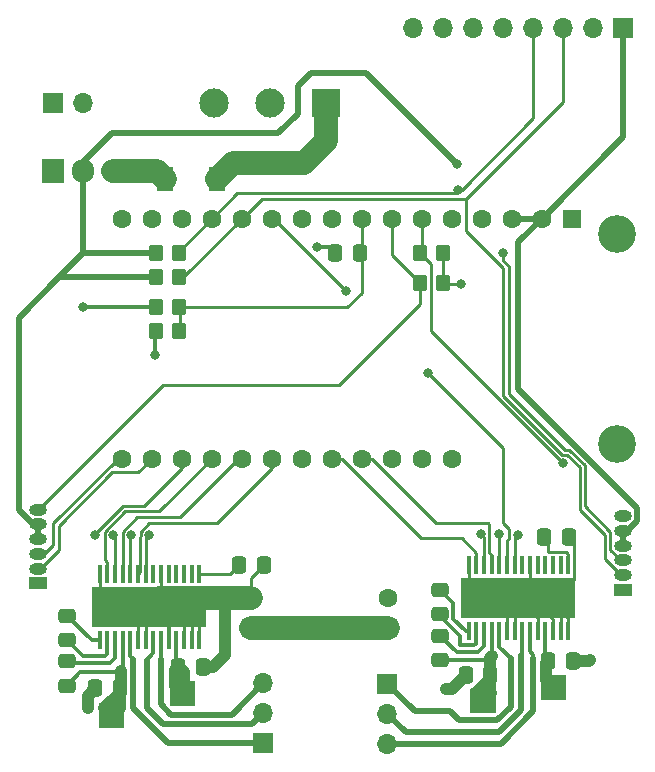
<source format=gbr>
%TF.GenerationSoftware,KiCad,Pcbnew,7.0.1*%
%TF.CreationDate,2023-04-02T16:12:04-04:00*%
%TF.ProjectId,board_v2,626f6172-645f-4763-922e-6b696361645f,rev?*%
%TF.SameCoordinates,Original*%
%TF.FileFunction,Copper,L1,Top*%
%TF.FilePolarity,Positive*%
%FSLAX46Y46*%
G04 Gerber Fmt 4.6, Leading zero omitted, Abs format (unit mm)*
G04 Created by KiCad (PCBNEW 7.0.1) date 2023-04-02 16:12:04*
%MOMM*%
%LPD*%
G01*
G04 APERTURE LIST*
G04 Aperture macros list*
%AMRoundRect*
0 Rectangle with rounded corners*
0 $1 Rounding radius*
0 $2 $3 $4 $5 $6 $7 $8 $9 X,Y pos of 4 corners*
0 Add a 4 corners polygon primitive as box body*
4,1,4,$2,$3,$4,$5,$6,$7,$8,$9,$2,$3,0*
0 Add four circle primitives for the rounded corners*
1,1,$1+$1,$2,$3*
1,1,$1+$1,$4,$5*
1,1,$1+$1,$6,$7*
1,1,$1+$1,$8,$9*
0 Add four rect primitives between the rounded corners*
20,1,$1+$1,$2,$3,$4,$5,0*
20,1,$1+$1,$4,$5,$6,$7,0*
20,1,$1+$1,$6,$7,$8,$9,0*
20,1,$1+$1,$8,$9,$2,$3,0*%
G04 Aperture macros list end*
%TA.AperFunction,SMDPad,CuDef*%
%ADD10RoundRect,0.250000X-0.337500X-0.475000X0.337500X-0.475000X0.337500X0.475000X-0.337500X0.475000X0*%
%TD*%
%TA.AperFunction,ComponentPad*%
%ADD11R,1.600000X1.600000*%
%TD*%
%TA.AperFunction,ComponentPad*%
%ADD12C,1.600000*%
%TD*%
%TA.AperFunction,ComponentPad*%
%ADD13R,1.500000X1.000000*%
%TD*%
%TA.AperFunction,ComponentPad*%
%ADD14O,1.500000X1.000000*%
%TD*%
%TA.AperFunction,SMDPad,CuDef*%
%ADD15RoundRect,0.250000X0.350000X0.450000X-0.350000X0.450000X-0.350000X-0.450000X0.350000X-0.450000X0*%
%TD*%
%TA.AperFunction,ComponentPad*%
%ADD16R,1.700000X1.700000*%
%TD*%
%TA.AperFunction,ComponentPad*%
%ADD17O,1.700000X1.700000*%
%TD*%
%TA.AperFunction,SMDPad,CuDef*%
%ADD18RoundRect,0.250000X0.337500X0.475000X-0.337500X0.475000X-0.337500X-0.475000X0.337500X-0.475000X0*%
%TD*%
%TA.AperFunction,SMDPad,CuDef*%
%ADD19RoundRect,0.250000X-0.475000X0.337500X-0.475000X-0.337500X0.475000X-0.337500X0.475000X0.337500X0*%
%TD*%
%TA.AperFunction,SMDPad,CuDef*%
%ADD20R,0.300000X1.600000*%
%TD*%
%TA.AperFunction,ComponentPad*%
%ADD21C,0.500000*%
%TD*%
%TA.AperFunction,SMDPad,CuDef*%
%ADD22R,9.700000X3.400000*%
%TD*%
%TA.AperFunction,SMDPad,CuDef*%
%ADD23RoundRect,0.250000X-0.350000X-0.450000X0.350000X-0.450000X0.350000X0.450000X-0.350000X0.450000X0*%
%TD*%
%TA.AperFunction,ComponentPad*%
%ADD24R,2.475000X2.475000*%
%TD*%
%TA.AperFunction,ComponentPad*%
%ADD25C,2.475000*%
%TD*%
%TA.AperFunction,SMDPad,CuDef*%
%ADD26R,1.400000X2.100000*%
%TD*%
%TA.AperFunction,WasherPad*%
%ADD27C,3.200000*%
%TD*%
%TA.AperFunction,ComponentPad*%
%ADD28R,1.905000X2.000000*%
%TD*%
%TA.AperFunction,ComponentPad*%
%ADD29O,1.905000X2.000000*%
%TD*%
%TA.AperFunction,ViaPad*%
%ADD30C,0.800000*%
%TD*%
%TA.AperFunction,Conductor*%
%ADD31C,0.250000*%
%TD*%
%TA.AperFunction,Conductor*%
%ADD32C,0.350000*%
%TD*%
%TA.AperFunction,Conductor*%
%ADD33C,0.500000*%
%TD*%
%TA.AperFunction,Conductor*%
%ADD34C,1.000000*%
%TD*%
%TA.AperFunction,Conductor*%
%ADD35C,2.000000*%
%TD*%
G04 APERTURE END LIST*
D10*
%TO.P,C5,1*%
%TO.N,Net-(C5-Pad1)*%
X145698330Y-105332110D03*
%TO.P,C5,2*%
%TO.N,GND*%
X147773330Y-105332110D03*
%TD*%
D11*
%TO.P,C12,1*%
%TO.N,+BATT*%
X132459504Y-112965113D03*
D12*
%TO.P,C12,2*%
%TO.N,GND*%
X132459504Y-110465113D03*
%TD*%
D10*
%TO.P,C9,1*%
%TO.N,GND*%
X107674500Y-118110000D03*
%TO.P,C9,2*%
%TO.N,+BATT*%
X109749500Y-118110000D03*
%TD*%
D13*
%TO.P,J2,1,Pin_1*%
%TO.N,GND*%
X102870000Y-109220000D03*
D14*
%TO.P,J2,2,Pin_2*%
%TO.N,/SCL0*%
X102870000Y-107970000D03*
%TO.P,J2,3,Pin_3*%
%TO.N,/SDA0*%
X102870000Y-106720000D03*
%TO.P,J2,4,Pin_4*%
%TO.N,+3V3*%
X102870000Y-105470000D03*
%TO.P,J2,5,Pin_5*%
X102870000Y-104220000D03*
%TO.P,J2,6,Pin_6*%
%TO.N,/A2*%
X102870000Y-102970000D03*
%TD*%
D15*
%TO.P,R1,1*%
%TO.N,GND*%
X137160000Y-83820000D03*
%TO.P,R1,2*%
%TO.N,/A2*%
X135160000Y-83820000D03*
%TD*%
D16*
%TO.P,U2,1,VCC*%
%TO.N,+3V3*%
X152400000Y-62230000D03*
D17*
%TO.P,U2,2,GND*%
%TO.N,GND*%
X149860000Y-62230000D03*
%TO.P,U2,3,SCL*%
%TO.N,/SCL1*%
X147320000Y-62230000D03*
%TO.P,U2,4,SDA*%
%TO.N,/SDA1*%
X144780000Y-62230000D03*
%TO.P,U2,5,XDA*%
%TO.N,unconnected-(U2-Pad5)*%
X142240000Y-62230000D03*
%TO.P,U2,6,XCL*%
%TO.N,unconnected-(U2-Pad6)*%
X139700000Y-62230000D03*
%TO.P,U2,7,ADD*%
%TO.N,unconnected-(U2-Pad7)*%
X137160000Y-62230000D03*
%TO.P,U2,8,INT*%
%TO.N,unconnected-(U2-Pad8)*%
X134620000Y-62230000D03*
%TD*%
D10*
%TO.P,C2,1*%
%TO.N,GND*%
X139043500Y-116967000D03*
%TO.P,C2,2*%
%TO.N,+BATT*%
X141118500Y-116967000D03*
%TD*%
D11*
%TO.P,C6,1*%
%TO.N,+BATT*%
X120904000Y-112965113D03*
D12*
%TO.P,C6,2*%
%TO.N,GND*%
X120904000Y-110465113D03*
%TD*%
D18*
%TO.P,C3,1*%
%TO.N,GND*%
X148103500Y-115773200D03*
%TO.P,C3,2*%
%TO.N,+BATT*%
X146028500Y-115773200D03*
%TD*%
D16*
%TO.P,J1,1,Pin_1*%
%TO.N,GND*%
X104140000Y-68580000D03*
D17*
%TO.P,J1,2,Pin_2*%
%TO.N,/Bat+ Raw*%
X106680000Y-68580000D03*
%TD*%
D19*
%TO.P,C10,1*%
%TO.N,Net-(C10-Pad1)*%
X105257600Y-115802500D03*
%TO.P,C10,2*%
%TO.N,+BATT*%
X105257600Y-117877500D03*
%TD*%
D16*
%TO.P,J4,1,Pin_1*%
%TO.N,/ml1*%
X132399215Y-117700478D03*
D17*
%TO.P,J4,2,Pin_2*%
%TO.N,/ml2*%
X132399215Y-120240478D03*
%TO.P,J4,3,Pin_3*%
%TO.N,/ml3*%
X132399215Y-122780478D03*
%TD*%
D15*
%TO.P,R2,1*%
%TO.N,GND*%
X137160000Y-81280000D03*
%TO.P,R2,2*%
%TO.N,/A1*%
X135160000Y-81280000D03*
%TD*%
D18*
%TO.P,C8,1*%
%TO.N,GND*%
X116759900Y-116281200D03*
%TO.P,C8,2*%
%TO.N,+BATT*%
X114684900Y-116281200D03*
%TD*%
D13*
%TO.P,J3,1,Pin_1*%
%TO.N,GND*%
X152352665Y-109773443D03*
D14*
%TO.P,J3,2,Pin_2*%
%TO.N,/SCL1*%
X152352665Y-108523443D03*
%TO.P,J3,3,Pin_3*%
%TO.N,/SDA1*%
X152352665Y-107273443D03*
%TO.P,J3,4,Pin_4*%
%TO.N,+3V3*%
X152352665Y-106023443D03*
%TO.P,J3,5,Pin_5*%
X152352665Y-104773443D03*
%TO.P,J3,6,Pin_6*%
%TO.N,/A1*%
X152352665Y-103523443D03*
%TD*%
D20*
%TO.P,U5,1,CPL*%
%TO.N,Net-(C7-Pad1)*%
X108043000Y-114052000D03*
%TO.P,U5,2,CPH*%
%TO.N,Net-(C7-Pad2)*%
X108693000Y-114052000D03*
%TO.P,U5,3,VCP*%
%TO.N,Net-(C10-Pad1)*%
X109343000Y-114052000D03*
%TO.P,U5,4,VM1*%
%TO.N,+BATT*%
X109993000Y-114052000D03*
%TO.P,U5,5,OUT1*%
%TO.N,/mr1*%
X110643000Y-114052000D03*
%TO.P,U5,6,PGND1*%
%TO.N,GND*%
X111293000Y-114052000D03*
%TO.P,U5,7,PGND2*%
X111943000Y-114052000D03*
%TO.P,U5,8,OUT2*%
%TO.N,/mr2*%
X112593000Y-114052000D03*
%TO.P,U5,9,OUT3*%
%TO.N,/mr3*%
X113243000Y-114052000D03*
%TO.P,U5,10,PGND3*%
%TO.N,GND*%
X113893000Y-114052000D03*
%TO.P,U5,11,VM2*%
%TO.N,+BATT*%
X114543000Y-114052000D03*
%TO.P,U5,12,COMPP*%
%TO.N,GND*%
X115193000Y-114052000D03*
%TO.P,U5,13,COMPN*%
X115843000Y-114052000D03*
%TO.P,U5,14,GND*%
X116493000Y-114052000D03*
%TO.P,U5,15,V3P3*%
%TO.N,Net-(C11-Pad1)*%
X116493000Y-108452000D03*
%TO.P,U5,16,NRESET*%
%TO.N,unconnected-(U5-Pad16)*%
X115843000Y-108452000D03*
%TO.P,U5,17,NSLEEP*%
%TO.N,unconnected-(U5-Pad17)*%
X115193000Y-108452000D03*
%TO.P,U5,18,NFAULT*%
%TO.N,unconnected-(U5-Pad18)*%
X114543000Y-108452000D03*
%TO.P,U5,19*%
%TO.N,N/C*%
X113893000Y-108452000D03*
%TO.P,U5,20,GND*%
%TO.N,GND*%
X113243000Y-108452000D03*
%TO.P,U5,21*%
%TO.N,N/C*%
X112593000Y-108452000D03*
%TO.P,U5,22,EN3*%
%TO.N,/D5*%
X111943000Y-108452000D03*
%TO.P,U5,23,IN3*%
%TO.N,/D8*%
X111293000Y-108452000D03*
%TO.P,U5,24,EN2*%
%TO.N,/D5*%
X110643000Y-108452000D03*
%TO.P,U5,25,IN2*%
%TO.N,/D7*%
X109993000Y-108452000D03*
%TO.P,U5,26,EN1*%
%TO.N,/D5*%
X109343000Y-108452000D03*
%TO.P,U5,27,IN1*%
%TO.N,/D6*%
X108693000Y-108452000D03*
%TO.P,U5,28,GND*%
%TO.N,GND*%
X108043000Y-108452000D03*
D21*
%TO.P,U5,29,TH_PAD*%
X111018000Y-112502000D03*
X109768000Y-111252000D03*
X113518000Y-110002000D03*
X108518000Y-110002000D03*
X111018000Y-110002000D03*
X109768000Y-112502000D03*
X116018000Y-111252000D03*
X116018000Y-112502000D03*
X113518000Y-111252000D03*
X114768000Y-110002000D03*
X112268000Y-110002000D03*
X114768000Y-112502000D03*
X111018000Y-111252000D03*
D22*
X112268000Y-111252000D03*
D21*
X112268000Y-112502000D03*
X109768000Y-110002000D03*
X112268000Y-111252000D03*
X108518000Y-112502000D03*
X108518000Y-111252000D03*
X113518000Y-112502000D03*
X114768000Y-111252000D03*
X116018000Y-110002000D03*
%TD*%
D19*
%TO.P,C7,1*%
%TO.N,Net-(C7-Pad1)*%
X105257600Y-111941700D03*
%TO.P,C7,2*%
%TO.N,Net-(C7-Pad2)*%
X105257600Y-114016700D03*
%TD*%
D23*
%TO.P,R3,1*%
%TO.N,+BATT*%
X112792000Y-85852000D03*
%TO.P,R3,2*%
%TO.N,/A3*%
X114792000Y-85852000D03*
%TD*%
D16*
%TO.P,J6,1,Pin_1*%
%TO.N,/mr1*%
X121920000Y-122738408D03*
D17*
%TO.P,J6,2,Pin_2*%
%TO.N,/mr2*%
X121920000Y-120198408D03*
%TO.P,J6,3,Pin_3*%
%TO.N,/mr3*%
X121920000Y-117658408D03*
%TD*%
D24*
%TO.P,SW1,1,A*%
%TO.N,/Bat+ Post Switch*%
X127215471Y-68548518D03*
D25*
%TO.P,SW1,2,B*%
%TO.N,/Bat+ Raw*%
X122465471Y-68548518D03*
%TO.P,SW1,3,C*%
%TO.N,unconnected-(SW1-Pad3)*%
X117715471Y-68548518D03*
%TD*%
D26*
%TO.P,D1,1,K*%
%TO.N,+BATT*%
X113576732Y-75003589D03*
%TO.P,D1,2,A*%
%TO.N,/Bat+ Post Switch*%
X117976732Y-75003589D03*
%TD*%
D18*
%TO.P,C13,1*%
%TO.N,/A3*%
X130069500Y-81280000D03*
%TO.P,C13,2*%
%TO.N,GND*%
X127994500Y-81280000D03*
%TD*%
D15*
%TO.P,R4,1*%
%TO.N,/A3*%
X114792000Y-87884000D03*
%TO.P,R4,2*%
%TO.N,GND*%
X112792000Y-87884000D03*
%TD*%
D20*
%TO.P,U3,1,CPL*%
%TO.N,Net-(C1-Pad1)*%
X139285000Y-113290000D03*
%TO.P,U3,2,CPH*%
%TO.N,Net-(C1-Pad2)*%
X139935000Y-113290000D03*
%TO.P,U3,3,VCP*%
%TO.N,Net-(C4-Pad1)*%
X140585000Y-113290000D03*
%TO.P,U3,4,VM1*%
%TO.N,+BATT*%
X141235000Y-113290000D03*
%TO.P,U3,5,OUT1*%
%TO.N,/ml1*%
X141885000Y-113290000D03*
%TO.P,U3,6,PGND1*%
%TO.N,GND*%
X142535000Y-113290000D03*
%TO.P,U3,7,PGND2*%
X143185000Y-113290000D03*
%TO.P,U3,8,OUT2*%
%TO.N,/ml2*%
X143835000Y-113290000D03*
%TO.P,U3,9,OUT3*%
%TO.N,/ml3*%
X144485000Y-113290000D03*
%TO.P,U3,10,PGND3*%
%TO.N,GND*%
X145135000Y-113290000D03*
%TO.P,U3,11,VM2*%
%TO.N,+BATT*%
X145785000Y-113290000D03*
%TO.P,U3,12,COMPP*%
%TO.N,GND*%
X146435000Y-113290000D03*
%TO.P,U3,13,COMPN*%
X147085000Y-113290000D03*
%TO.P,U3,14,GND*%
X147735000Y-113290000D03*
%TO.P,U3,15,V3P3*%
%TO.N,Net-(C5-Pad1)*%
X147735000Y-107690000D03*
%TO.P,U3,16,NRESET*%
%TO.N,unconnected-(U3-Pad16)*%
X147085000Y-107690000D03*
%TO.P,U3,17,NSLEEP*%
%TO.N,unconnected-(U3-Pad17)*%
X146435000Y-107690000D03*
%TO.P,U3,18,NFAULT*%
%TO.N,unconnected-(U3-Pad18)*%
X145785000Y-107690000D03*
%TO.P,U3,19*%
%TO.N,N/C*%
X145135000Y-107690000D03*
%TO.P,U3,20,GND*%
%TO.N,GND*%
X144485000Y-107690000D03*
%TO.P,U3,21*%
%TO.N,N/C*%
X143835000Y-107690000D03*
%TO.P,U3,22,EN3*%
%TO.N,/D11*%
X143185000Y-107690000D03*
%TO.P,U3,23,IN3*%
%TO.N,/D24*%
X142535000Y-107690000D03*
%TO.P,U3,24,EN2*%
%TO.N,/D11*%
X141885000Y-107690000D03*
%TO.P,U3,25,IN2*%
%TO.N,/D13*%
X141235000Y-107690000D03*
%TO.P,U3,26,EN1*%
%TO.N,/D11*%
X140585000Y-107690000D03*
%TO.P,U3,27,IN1*%
%TO.N,/D12*%
X139935000Y-107690000D03*
%TO.P,U3,28,GND*%
%TO.N,GND*%
X139285000Y-107690000D03*
D21*
%TO.P,U3,29,TH_PAD*%
X147260000Y-111740000D03*
X144760000Y-110490000D03*
X142260000Y-109240000D03*
X143510000Y-111740000D03*
X139760000Y-110490000D03*
X147260000Y-109240000D03*
X142260000Y-110490000D03*
D22*
X143510000Y-110490000D03*
D21*
X146010000Y-110490000D03*
X147260000Y-110490000D03*
X143510000Y-109240000D03*
X144760000Y-111740000D03*
X141010000Y-109240000D03*
X139760000Y-109240000D03*
X139760000Y-111740000D03*
X141010000Y-111740000D03*
X146010000Y-109240000D03*
X146010000Y-111740000D03*
X143510000Y-110490000D03*
X144760000Y-109240000D03*
X141010000Y-110490000D03*
X142260000Y-111740000D03*
%TD*%
D23*
%TO.P,R5,2*%
%TO.N,/SDA1*%
X114792000Y-81280000D03*
%TO.P,R5,1*%
%TO.N,+3V3*%
X112792000Y-81280000D03*
%TD*%
D10*
%TO.P,C11,1*%
%TO.N,Net-(C11-Pad1)*%
X119866500Y-107696000D03*
%TO.P,C11,2*%
%TO.N,GND*%
X121941500Y-107696000D03*
%TD*%
D27*
%TO.P,A1,*%
%TO.N,*%
X151823508Y-97393477D03*
X151823508Y-79613477D03*
D11*
%TO.P,A1,1,~{RESET}*%
%TO.N,unconnected-(A1-Pad1)*%
X148013508Y-78343477D03*
D12*
%TO.P,A1,2,3V3*%
%TO.N,+3V3*%
X145473508Y-78343477D03*
%TO.P,A1,3,AREF*%
X142933508Y-78343477D03*
%TO.P,A1,4,GND*%
%TO.N,GND*%
X140393508Y-78343477D03*
%TO.P,A1,5,DAC0/A0*%
%TO.N,unconnected-(A1-Pad5)*%
X137853508Y-78343477D03*
%TO.P,A1,6,A1*%
%TO.N,/A1*%
X135313508Y-78343477D03*
%TO.P,A1,7,A2*%
%TO.N,/A2*%
X132773508Y-78343477D03*
%TO.P,A1,8,A3*%
%TO.N,/A3*%
X130233508Y-78343477D03*
%TO.P,A1,9,A4*%
%TO.N,unconnected-(A1-Pad9)*%
X127693508Y-78343477D03*
%TO.P,A1,10,A5*%
%TO.N,unconnected-(A1-Pad10)*%
X125153508Y-78343477D03*
%TO.P,A1,11,SCK/D24*%
%TO.N,/D24*%
X122613508Y-78343477D03*
%TO.P,A1,12,MOSI/D23*%
%TO.N,/SCL1*%
X120073508Y-78343477D03*
%TO.P,A1,13,MISO/D22*%
%TO.N,/SDA1*%
X117533508Y-78343477D03*
%TO.P,A1,14,RX/D0*%
%TO.N,unconnected-(A1-Pad14)*%
X114993508Y-78343477D03*
%TO.P,A1,15,TX/D1*%
%TO.N,unconnected-(A1-Pad15)*%
X112453508Y-78343477D03*
%TO.P,A1,16,GND*%
%TO.N,GND*%
X109913508Y-78343477D03*
%TO.P,A1,17,SDA/D20*%
%TO.N,/SDA0*%
X109913508Y-98663477D03*
%TO.P,A1,18,SCL/D21*%
%TO.N,/SCL0*%
X112453508Y-98663477D03*
%TO.P,A1,19,D5*%
%TO.N,/D5*%
X114993508Y-98663477D03*
%TO.P,A1,20,D6*%
%TO.N,/D6*%
X117533508Y-98663477D03*
%TO.P,A1,21,D9*%
%TO.N,/D7*%
X120073508Y-98663477D03*
%TO.P,A1,22,D10*%
%TO.N,/D8*%
X122613508Y-98663477D03*
%TO.P,A1,23,D11*%
%TO.N,/D11*%
X125153508Y-98663477D03*
%TO.P,A1,24,D12*%
%TO.N,/D12*%
X127693508Y-98663477D03*
%TO.P,A1,25,D13*%
%TO.N,/D13*%
X130233508Y-98663477D03*
%TO.P,A1,26,USB*%
%TO.N,unconnected-(A1-Pad26)*%
X132773508Y-98663477D03*
%TO.P,A1,27,EN*%
%TO.N,unconnected-(A1-Pad27)*%
X135313508Y-98663477D03*
%TO.P,A1,28,VBAT*%
%TO.N,unconnected-(A1-Pad28)*%
X137853508Y-98663477D03*
%TD*%
D19*
%TO.P,C1,1*%
%TO.N,Net-(C1-Pad1)*%
X136906000Y-109757300D03*
%TO.P,C1,2*%
%TO.N,Net-(C1-Pad2)*%
X136906000Y-111832300D03*
%TD*%
%TO.P,C4,1*%
%TO.N,Net-(C4-Pad1)*%
X136906000Y-113643500D03*
%TO.P,C4,2*%
%TO.N,+BATT*%
X136906000Y-115718500D03*
%TD*%
D23*
%TO.P,R6,1*%
%TO.N,+3V3*%
X112792000Y-83312000D03*
%TO.P,R6,2*%
%TO.N,/SCL1*%
X114792000Y-83312000D03*
%TD*%
D28*
%TO.P,U1,1,GND*%
%TO.N,GND*%
X104140000Y-74295000D03*
D29*
%TO.P,U1,2,Vout*%
%TO.N,+3V3*%
X106680000Y-74295000D03*
%TO.P,U1,3,Vin*%
%TO.N,+BATT*%
X109220000Y-74295000D03*
%TD*%
D30*
%TO.N,+3V3*%
X138340015Y-73749985D03*
%TO.N,GND*%
X126492000Y-80772000D03*
X112776000Y-89916000D03*
X138633322Y-83828599D03*
X149555200Y-115722400D03*
X107061000Y-119761000D03*
X137414000Y-118160800D03*
%TO.N,/A1*%
X147320000Y-99060000D03*
%TO.N,/D24*%
X135890000Y-91440000D03*
X128881545Y-84462887D03*
%TO.N,/SDA1*%
X142240000Y-81280000D03*
X138430000Y-75926914D03*
%TO.N,/D5*%
X110744000Y-105156000D03*
X107696000Y-105156000D03*
X112268000Y-105156000D03*
X109220000Y-105156000D03*
%TO.N,/D11*%
X140328646Y-105056895D03*
X141899054Y-105069054D03*
X143450452Y-105107530D03*
%TO.N,+BATT*%
X114438395Y-119148412D03*
X139903200Y-118516400D03*
X145846800Y-118668800D03*
X147116800Y-117398800D03*
X139903200Y-119786400D03*
X108458000Y-119761000D03*
X141173200Y-118516400D03*
X115708395Y-117878412D03*
X106680000Y-85852000D03*
X109728000Y-119761000D03*
X115708395Y-119148412D03*
X108458000Y-121031000D03*
X145846800Y-117398800D03*
X114438395Y-117878412D03*
X141173200Y-119786400D03*
X147116800Y-118668800D03*
X109728000Y-121031000D03*
%TD*%
D31*
%TO.N,/A1*%
X135313508Y-81126492D02*
X135313508Y-78343477D01*
X135160000Y-81280000D02*
X135313508Y-81126492D01*
X136084520Y-87824520D02*
X136084520Y-82204520D01*
%TO.N,GND*%
X137160000Y-83820000D02*
X137160000Y-81280000D01*
%TO.N,/A1*%
X136084520Y-82204520D02*
X135160000Y-81280000D01*
X147320000Y-99060000D02*
X136084520Y-87824520D01*
D32*
%TO.N,GND*%
X127486500Y-80772000D02*
X126492000Y-80772000D01*
X127994500Y-81280000D02*
X127486500Y-80772000D01*
D31*
%TO.N,/SCL1*%
X115104985Y-83312000D02*
X120073508Y-78343477D01*
X114792000Y-83312000D02*
X115104985Y-83312000D01*
D33*
%TO.N,+3V3*%
X112792000Y-83312000D02*
X105156000Y-83312000D01*
X106680000Y-73512500D02*
X109072500Y-71120000D01*
X102870000Y-104220000D02*
X102370000Y-104220000D01*
X112792000Y-81280000D02*
X106680000Y-81280000D01*
X101186535Y-86773465D02*
X104648000Y-83312000D01*
X106680000Y-81280000D02*
X106680000Y-74295000D01*
X123190000Y-71120000D02*
X124856019Y-69453981D01*
X125948494Y-66040000D02*
X130630030Y-66040000D01*
X152695489Y-104773443D02*
X153552185Y-103916747D01*
X152352665Y-104773443D02*
X152352665Y-106023443D01*
X105156000Y-83312000D02*
X104902000Y-83058000D01*
X143510000Y-80306985D02*
X145473508Y-78343477D01*
X143510000Y-92777175D02*
X143510000Y-80306985D01*
X151852665Y-104773443D02*
X152695489Y-104773443D01*
X105156000Y-83312000D02*
X104648000Y-83312000D01*
X152400000Y-62230000D02*
X152400000Y-71416985D01*
X101186535Y-103036535D02*
X101186535Y-86773465D01*
X124856019Y-69453981D02*
X124856019Y-67132475D01*
X106680000Y-74295000D02*
X106680000Y-73512500D01*
D31*
X152352665Y-104773443D02*
X151852665Y-104773443D01*
D33*
X104648000Y-83312000D02*
X104902000Y-83058000D01*
X102870000Y-105470000D02*
X102870000Y-104220000D01*
X109072500Y-71120000D02*
X123190000Y-71120000D01*
X145473508Y-78343477D02*
X142933508Y-78343477D01*
X124856019Y-67132475D02*
X125948494Y-66040000D01*
X130630030Y-66040000D02*
X138340015Y-73749985D01*
X153552185Y-102819360D02*
X143510000Y-92777175D01*
X153552185Y-103916747D02*
X153552185Y-102819360D01*
X152400000Y-71416985D02*
X145473508Y-78343477D01*
X104902000Y-83058000D02*
X106680000Y-81280000D01*
X102370000Y-104220000D02*
X101186535Y-103036535D01*
D31*
%TO.N,GND*%
X145135000Y-112115000D02*
X143510000Y-110490000D01*
D34*
X107061000Y-118723500D02*
X107061000Y-119761000D01*
D31*
X147735000Y-113290000D02*
X147735000Y-112215000D01*
X143185000Y-112065000D02*
X143510000Y-111740000D01*
D32*
X112776000Y-89916000D02*
X112776000Y-87905500D01*
D31*
X111943000Y-112827000D02*
X112268000Y-112502000D01*
X138633322Y-83828599D02*
X137168599Y-83828599D01*
X120904000Y-108733500D02*
X120904000Y-110465113D01*
D34*
X137849700Y-118160800D02*
X137414000Y-118160800D01*
D31*
X111943000Y-114052000D02*
X111943000Y-112827000D01*
X139285000Y-108740000D02*
X141035000Y-110490000D01*
X147085000Y-113290000D02*
X147085000Y-111915000D01*
X113243000Y-108452000D02*
X113244331Y-109991687D01*
X141035000Y-110490000D02*
X143510000Y-110490000D01*
X143185000Y-113290000D02*
X143185000Y-112065000D01*
X142535000Y-113290000D02*
X142535000Y-112015000D01*
D34*
X117652800Y-116281200D02*
X118668800Y-115265200D01*
D31*
X147773330Y-105332110D02*
X148225493Y-105784273D01*
X116493000Y-114052000D02*
X116505015Y-112467816D01*
X142535000Y-112015000D02*
X142260000Y-111740000D01*
D34*
X149504400Y-115773200D02*
X149555200Y-115722400D01*
D31*
X108043000Y-108452000D02*
X108051446Y-109883823D01*
X144685000Y-110490000D02*
X143510000Y-110490000D01*
D34*
X139043500Y-116967000D02*
X137849700Y-118160800D01*
D35*
X120904000Y-110465113D02*
X118593113Y-110465113D01*
D31*
X148225493Y-105784273D02*
X148225493Y-108924507D01*
X144485000Y-109515000D02*
X143510000Y-110490000D01*
X146660000Y-110490000D02*
X143510000Y-110490000D01*
X111293000Y-112777000D02*
X111018000Y-112502000D01*
D35*
X118593113Y-110465113D02*
X113054887Y-110465113D01*
D34*
X107674500Y-118110000D02*
X107061000Y-118723500D01*
D31*
X139285000Y-107690000D02*
X139285000Y-108740000D01*
D34*
X148103500Y-115773200D02*
X149504400Y-115773200D01*
D31*
X146435000Y-112240000D02*
X144685000Y-110490000D01*
X144485000Y-107690000D02*
X144485000Y-109515000D01*
X145135000Y-113290000D02*
X145135000Y-112115000D01*
X121941500Y-107696000D02*
X120904000Y-108733500D01*
D32*
X113893000Y-114052000D02*
X113893163Y-112452407D01*
D31*
X147085000Y-111915000D02*
X147260000Y-111740000D01*
D34*
X118668800Y-110540800D02*
X118593113Y-110465113D01*
D31*
X148225493Y-108924507D02*
X146660000Y-110490000D01*
X146435000Y-113290000D02*
X146435000Y-112240000D01*
D34*
X116759900Y-116281200D02*
X117652800Y-116281200D01*
D31*
X115843000Y-114052000D02*
X115834717Y-112506339D01*
D34*
X118668800Y-115265200D02*
X118668800Y-110540800D01*
D31*
X137168599Y-83828599D02*
X137160000Y-83820000D01*
X147735000Y-112215000D02*
X147260000Y-111740000D01*
X111293000Y-114052000D02*
X111293000Y-112777000D01*
X113054887Y-110465113D02*
X112268000Y-111252000D01*
X115193000Y-114052000D02*
X115202941Y-112352248D01*
%TO.N,/A2*%
X135160000Y-85574614D02*
X135160000Y-83820000D01*
X135160000Y-83820000D02*
X132773508Y-81433508D01*
X102870000Y-102970000D02*
X113384000Y-92456000D01*
X113384000Y-92456000D02*
X128278614Y-92456000D01*
X132773508Y-81433508D02*
X132773508Y-78343477D01*
X128278614Y-92456000D02*
X135160000Y-85574614D01*
%TO.N,/D24*%
X142725941Y-104625941D02*
X142240000Y-104140000D01*
X122793477Y-78343477D02*
X122613508Y-78343477D01*
X142535000Y-105598574D02*
X142725941Y-105407633D01*
X142240000Y-97790000D02*
X135890000Y-91440000D01*
X128881545Y-84431545D02*
X122793477Y-78343477D01*
X142535000Y-107690000D02*
X142535000Y-105598574D01*
X128881545Y-84462887D02*
X128881545Y-84431545D01*
X142725941Y-105407633D02*
X142725941Y-104625941D01*
X142240000Y-104140000D02*
X142240000Y-97790000D01*
%TO.N,/SDA1*%
X151278145Y-104834641D02*
X151278145Y-106364970D01*
X144780000Y-69850000D02*
X144780000Y-62230000D01*
X147417405Y-97885969D02*
X147806300Y-97885969D01*
X138430000Y-75926914D02*
X138703086Y-75926914D01*
X152186618Y-107273443D02*
X152352665Y-107273443D01*
X147806300Y-97885969D02*
X149134870Y-99214539D01*
X142689520Y-82363803D02*
X142689520Y-93158084D01*
X151278145Y-106364970D02*
X152186618Y-107273443D01*
X114792000Y-81280000D02*
X114792000Y-81084985D01*
X142240000Y-81280000D02*
X142240000Y-81914282D01*
X142689520Y-93158084D02*
X147417405Y-97885969D01*
X138430000Y-75926914D02*
X138156914Y-76200000D01*
X138703086Y-75926914D02*
X144780000Y-69850000D01*
X142240000Y-81914282D02*
X142689520Y-82363803D01*
X149134870Y-102691366D02*
X151278145Y-104834641D01*
X138156914Y-76200000D02*
X119676985Y-76200000D01*
X119676985Y-76200000D02*
X117533508Y-78343477D01*
X114792000Y-81084985D02*
X117533508Y-78343477D01*
X149134870Y-99214539D02*
X149134870Y-102691366D01*
%TO.N,/SCL1*%
X135500829Y-76649520D02*
X135502723Y-76651414D01*
X139099270Y-76651414D02*
X139099270Y-79399118D01*
X152186618Y-108523443D02*
X152352665Y-108523443D01*
X148685350Y-99400736D02*
X148685350Y-102965350D01*
X139099270Y-79399118D02*
X139094194Y-79404194D01*
X147620103Y-98335489D02*
X148685350Y-99400736D01*
X148685350Y-102965350D02*
X150828625Y-105108625D01*
X139094194Y-79404194D02*
X142240000Y-82550000D01*
X147320000Y-68430684D02*
X139099270Y-76651414D01*
X150828625Y-105108625D02*
X150828625Y-107165450D01*
X135502723Y-76651414D02*
X139099270Y-76651414D01*
X121767465Y-76649520D02*
X120073508Y-78343477D01*
X150828625Y-107165450D02*
X152186618Y-108523443D01*
X142240000Y-93344282D02*
X147231207Y-98335489D01*
X147320000Y-62230000D02*
X147320000Y-68430684D01*
X147231207Y-98335489D02*
X147620103Y-98335489D01*
X121767465Y-76649520D02*
X135500829Y-76649520D01*
X142240000Y-82550000D02*
X142240000Y-93344282D01*
%TO.N,/SDA0*%
X104140000Y-105950000D02*
X104140000Y-104140000D01*
X109616523Y-98663477D02*
X109913508Y-98663477D01*
X103370000Y-106720000D02*
X104140000Y-105950000D01*
X102870000Y-106720000D02*
X103370000Y-106720000D01*
X104140000Y-104140000D02*
X109616523Y-98663477D01*
%TO.N,/SCL0*%
X103036047Y-107970000D02*
X104589520Y-106416527D01*
X104589520Y-106416527D02*
X104589520Y-104326198D01*
X104589520Y-104326198D02*
X109127730Y-99787988D01*
X111328997Y-99787988D02*
X112453508Y-98663477D01*
X102870000Y-107970000D02*
X103036047Y-107970000D01*
X109127730Y-99787988D02*
X111328997Y-99787988D01*
%TO.N,/D5*%
X109343000Y-108452000D02*
X109343000Y-105279000D01*
X114993508Y-99489992D02*
X114993508Y-98663477D01*
X110643000Y-105257000D02*
X110744000Y-105156000D01*
X110041188Y-102674480D02*
X111809020Y-102674480D01*
X109343000Y-105279000D02*
X109220000Y-105156000D01*
X107696000Y-105019668D02*
X110041188Y-102674480D01*
X111943000Y-105481000D02*
X112268000Y-105156000D01*
X111943000Y-108452000D02*
X111943000Y-105481000D01*
X107696000Y-105156000D02*
X107696000Y-105019668D01*
X111809020Y-102674480D02*
X114993508Y-99489992D01*
X110643000Y-108452000D02*
X110643000Y-105257000D01*
%TO.N,/D6*%
X108693000Y-108452000D02*
X108693000Y-107402000D01*
X108495489Y-104855897D02*
X110227386Y-103124000D01*
X108693000Y-107402000D02*
X108495489Y-107204489D01*
X113072985Y-103124000D02*
X117533508Y-98663477D01*
X110227386Y-103124000D02*
X113072985Y-103124000D01*
X108495489Y-107204489D02*
X108495489Y-104855897D01*
%TO.N,/D7*%
X114818109Y-103621891D02*
X111253495Y-103621891D01*
X119482504Y-98957496D02*
X114818109Y-103621891D01*
X120073508Y-98663477D02*
X119779489Y-98957496D01*
X109993000Y-104882386D02*
X109993000Y-108452000D01*
X111253495Y-103621891D02*
X109993000Y-104882386D01*
X119779489Y-98957496D02*
X119482504Y-98957496D01*
%TO.N,/D8*%
X111468489Y-105319793D02*
X111543489Y-105244793D01*
X111543489Y-104855897D02*
X112259386Y-104140000D01*
X111468489Y-108276511D02*
X111468489Y-105319793D01*
X111543489Y-105244793D02*
X111543489Y-104855897D01*
X117963500Y-104140000D02*
X122613508Y-99489992D01*
X122613508Y-99489992D02*
X122613508Y-98663477D01*
X112259386Y-104140000D02*
X117963500Y-104140000D01*
X111293000Y-108452000D02*
X111468489Y-108276511D01*
%TO.N,/D11*%
X143185000Y-107690000D02*
X143185000Y-105372982D01*
X140328646Y-105056895D02*
X140585000Y-105313249D01*
X143185000Y-105372982D02*
X143450452Y-105107530D01*
X140585000Y-105313249D02*
X140585000Y-107690000D01*
X141885000Y-107690000D02*
X141899054Y-105069054D01*
%TO.N,/D12*%
X138705000Y-105410000D02*
X135274500Y-105410000D01*
X139935000Y-107690000D02*
X139935000Y-106640000D01*
X139935000Y-106640000D02*
X138705000Y-105410000D01*
X128527977Y-98663477D02*
X127693508Y-98663477D01*
X135274500Y-105410000D02*
X128527977Y-98663477D01*
%TO.N,/D13*%
X136544500Y-104140000D02*
X140970000Y-104140000D01*
X141053157Y-106663983D02*
X141235000Y-106845826D01*
X141053157Y-104223157D02*
X141053157Y-106663983D01*
X130233508Y-98663477D02*
X131067977Y-98663477D01*
X140970000Y-104140000D02*
X141053157Y-104223157D01*
X141235000Y-106845826D02*
X141235000Y-107690000D01*
X131067977Y-98663477D02*
X136544500Y-104140000D01*
D32*
%TO.N,Net-(C1-Pad1)*%
X139285000Y-113290000D02*
X139071000Y-113290000D01*
X138005520Y-110856820D02*
X136906000Y-109757300D01*
X138005520Y-112224520D02*
X138005520Y-110856820D01*
X139071000Y-113290000D02*
X138005520Y-112224520D01*
%TO.N,Net-(C1-Pad2)*%
X138602181Y-113643977D02*
X136906000Y-111947796D01*
X139935000Y-113290000D02*
X139935000Y-114319000D01*
X139935000Y-114319000D02*
X139781819Y-114472181D01*
X138602181Y-114472181D02*
X138602181Y-113643977D01*
X136906000Y-111947796D02*
X136906000Y-111832300D01*
X139781819Y-114472181D02*
X138602181Y-114472181D01*
%TO.N,+BATT*%
X109993000Y-114052000D02*
X109993000Y-116465056D01*
D34*
X141118500Y-118461700D02*
X141173200Y-118516400D01*
X115163600Y-116759900D02*
X115163600Y-118414800D01*
X114438395Y-116527705D02*
X114684900Y-116281200D01*
D35*
X112868143Y-74295000D02*
X109220000Y-74295000D01*
D32*
X114811289Y-116552963D02*
X114543000Y-116284674D01*
D34*
X141118500Y-116967000D02*
X141118500Y-117301100D01*
X141118500Y-115494300D02*
X141235000Y-115377800D01*
X114438395Y-117878412D02*
X114438395Y-116527705D01*
X114684900Y-116281200D02*
X115163600Y-116759900D01*
X109749500Y-118110000D02*
X109861056Y-117998444D01*
X109861056Y-117998444D02*
X109861056Y-116597000D01*
D32*
X141235000Y-113290000D02*
X141235000Y-115377800D01*
X141104480Y-115711520D02*
X139811959Y-115711519D01*
D34*
X109749500Y-119739500D02*
X109728000Y-119761000D01*
D32*
X105257600Y-117877500D02*
X106400600Y-116734500D01*
X136912981Y-115711519D02*
X136906000Y-115718500D01*
D34*
X141118500Y-116967000D02*
X141118500Y-118461700D01*
D32*
X106400600Y-116734500D02*
X109723556Y-116734500D01*
X141235000Y-115377800D02*
X141235000Y-115581000D01*
D34*
X109749500Y-118469500D02*
X108458000Y-119761000D01*
X141118500Y-117301100D02*
X139903200Y-118516400D01*
X141118500Y-116967000D02*
X141118500Y-115494300D01*
D35*
X132459504Y-112965113D02*
X120904000Y-112965113D01*
D32*
X141235000Y-115581000D02*
X141104480Y-115711520D01*
D34*
X109749500Y-118110000D02*
X109749500Y-118469500D01*
D32*
X139811959Y-115711519D02*
X136912981Y-115711519D01*
X141235000Y-116723500D02*
X141118500Y-116840000D01*
D35*
X113576732Y-75003589D02*
X112868143Y-74295000D01*
D32*
X112792000Y-85852000D02*
X106680000Y-85852000D01*
X109723556Y-116734500D02*
X109861056Y-116597000D01*
D34*
X145846800Y-117398800D02*
X145846800Y-115954900D01*
D32*
X145785000Y-113290000D02*
X145785000Y-115117027D01*
X120714887Y-112965113D02*
X120904000Y-112965113D01*
D34*
X109749500Y-118110000D02*
X109749500Y-119739500D01*
D32*
X114543000Y-116284674D02*
X114543000Y-114052000D01*
D34*
X145846800Y-115954900D02*
X146028500Y-115773200D01*
D32*
X141235000Y-116977500D02*
X141118500Y-117094000D01*
%TO.N,Net-(C4-Pad1)*%
X140585000Y-114558000D02*
X140081000Y-115062000D01*
X140081000Y-115062000D02*
X138324500Y-115062000D01*
X138324500Y-115062000D02*
X136906000Y-113643500D01*
X140585000Y-113290000D02*
X140585000Y-114558000D01*
D31*
%TO.N,Net-(C5-Pad1)*%
X145698330Y-105332110D02*
X146050000Y-105683780D01*
X146050000Y-106565489D02*
X147559511Y-106565489D01*
X147559511Y-106565489D02*
X147735000Y-106740978D01*
X146050000Y-105683780D02*
X146050000Y-106565489D01*
X147735000Y-106740978D02*
X147735000Y-107690000D01*
D32*
%TO.N,Net-(C7-Pad1)*%
X108043000Y-114052000D02*
X107367900Y-114052000D01*
X107367900Y-114052000D02*
X105257600Y-111941700D01*
%TO.N,Net-(C7-Pad2)*%
X106623567Y-115382667D02*
X105257600Y-114016700D01*
X108693000Y-114052000D02*
X108693000Y-115202000D01*
X108693000Y-115202000D02*
X108512333Y-115382667D01*
X108512333Y-115382667D02*
X106623567Y-115382667D01*
%TO.N,Net-(C10-Pad1)*%
X109343000Y-114052000D02*
X109343000Y-115536374D01*
X105387287Y-115932187D02*
X105257600Y-115802500D01*
X109343000Y-115536374D02*
X108947187Y-115932187D01*
X108947187Y-115932187D02*
X105387287Y-115932187D01*
D31*
%TO.N,Net-(C11-Pad1)*%
X119110500Y-108452000D02*
X116493000Y-108452000D01*
X119866500Y-107696000D02*
X119110500Y-108452000D01*
D32*
%TO.N,/ml3*%
X144476150Y-114936355D02*
X144476164Y-114933631D01*
X144780000Y-115570000D02*
X144780000Y-115240205D01*
D33*
X144780000Y-120015000D02*
X142014522Y-122780478D01*
D32*
X144780000Y-115240205D02*
X144476150Y-114936355D01*
D33*
X144780000Y-115570000D02*
X144780000Y-120015000D01*
D32*
X144476164Y-114933631D02*
X144485000Y-114924795D01*
X144485000Y-114924795D02*
X144485000Y-113290000D01*
D33*
X142014522Y-122780478D02*
X132399215Y-122780478D01*
%TO.N,/ml2*%
X133977137Y-121818400D02*
X141845908Y-121818400D01*
X143748963Y-119915345D02*
X143748963Y-115252598D01*
X132399215Y-120240478D02*
X133977137Y-121818400D01*
X141845908Y-121818400D02*
X143748963Y-119915345D01*
D32*
X143835000Y-113290000D02*
X143825025Y-115250025D01*
X143823313Y-115586481D02*
X143825025Y-115250025D01*
D33*
X143748963Y-115252598D02*
X143751858Y-115249703D01*
%TO.N,/ml1*%
X137697920Y-120019520D02*
X138480800Y-120802400D01*
X132399215Y-117700478D02*
X134718257Y-120019520D01*
X142875000Y-119658616D02*
X142875000Y-115570000D01*
X138480800Y-120802400D02*
X141731216Y-120802400D01*
D32*
X141885000Y-113290000D02*
X141885000Y-114580000D01*
D33*
X141731216Y-120802400D02*
X142875000Y-119658616D01*
D32*
X141885000Y-114580000D02*
X142875000Y-115570000D01*
D33*
X134718257Y-120019520D02*
X137697920Y-120019520D01*
D32*
%TO.N,/mr2*%
X112593000Y-115108096D02*
X112023868Y-115677228D01*
X112593000Y-114052000D02*
X112593000Y-115108096D01*
D33*
X113398692Y-121158000D02*
X112023868Y-119783176D01*
X121920000Y-120198408D02*
X120960408Y-121158000D01*
X120960408Y-121158000D02*
X113398692Y-121158000D01*
X112023868Y-119783176D02*
X112023868Y-115677228D01*
D32*
%TO.N,/mr1*%
X110643000Y-115376666D02*
X110910576Y-115644242D01*
X110643000Y-114052000D02*
X110643000Y-115376666D01*
D33*
X121920000Y-122738408D02*
X113848408Y-122738408D01*
X110910576Y-119800576D02*
X110910576Y-115644242D01*
X113848408Y-122738408D02*
X110910576Y-119800576D01*
%TO.N,/mr3*%
X121920000Y-117658408D02*
X119233208Y-120345200D01*
X114118385Y-120345200D02*
X113243000Y-119469815D01*
D32*
X113243000Y-114052000D02*
X113243000Y-115653853D01*
X113243000Y-115653853D02*
X113219625Y-115677228D01*
D33*
X113243000Y-119469815D02*
X113243000Y-115653853D01*
X119233208Y-120345200D02*
X114118385Y-120345200D01*
D35*
%TO.N,/Bat+ Post Switch*%
X125341489Y-73660000D02*
X119320321Y-73660000D01*
X127215471Y-71786018D02*
X125341489Y-73660000D01*
X127215471Y-68548518D02*
X127215471Y-71786018D01*
X119320321Y-73660000D02*
X117976732Y-75003589D01*
D31*
%TO.N,/A3*%
X114829500Y-87884000D02*
X114829500Y-85889500D01*
X129032000Y-85852000D02*
X130233508Y-84650492D01*
X114829500Y-85889500D02*
X114792000Y-85852000D01*
X130233508Y-84650492D02*
X130233508Y-78343477D01*
X114776000Y-87937500D02*
X114829500Y-87884000D01*
X114792000Y-85852000D02*
X129032000Y-85852000D01*
%TD*%
%TA.AperFunction,Conductor*%
%TO.N,+BATT*%
G36*
X147512705Y-116976553D02*
G01*
X147530640Y-116994488D01*
X147537205Y-117018988D01*
X147537204Y-119065106D01*
X147522852Y-119099754D01*
X147488204Y-119114106D01*
X145475073Y-119114106D01*
X145450573Y-119107541D01*
X145432638Y-119089606D01*
X145426073Y-119065106D01*
X145426074Y-117018988D01*
X145440426Y-116984340D01*
X145475074Y-116969988D01*
X147488205Y-116969988D01*
X147512705Y-116976553D01*
G37*
%TD.AperFunction*%
%TD*%
%TA.AperFunction,Conductor*%
%TO.N,+BATT*%
G36*
X116104300Y-117456165D02*
G01*
X116122235Y-117474100D01*
X116128800Y-117498600D01*
X116128799Y-119544718D01*
X116114447Y-119579366D01*
X116079799Y-119593718D01*
X114165723Y-119593718D01*
X114146971Y-119589988D01*
X114131075Y-119579366D01*
X114032020Y-119480310D01*
X114017668Y-119445662D01*
X114017669Y-117498600D01*
X114032021Y-117463952D01*
X114066669Y-117449600D01*
X116079800Y-117449600D01*
X116104300Y-117456165D01*
G37*
%TD.AperFunction*%
%TD*%
%TA.AperFunction,Conductor*%
%TO.N,+BATT*%
G36*
X141628824Y-118118389D02*
G01*
X141643176Y-118153037D01*
X141643176Y-120091619D01*
X141628824Y-120126267D01*
X141546029Y-120209062D01*
X141511381Y-120223414D01*
X139490333Y-120223414D01*
X139455685Y-120209062D01*
X139441333Y-120174414D01*
X139441333Y-118153037D01*
X139455685Y-118118389D01*
X139490333Y-118104037D01*
X141594176Y-118104037D01*
X141628824Y-118118389D01*
G37*
%TD.AperFunction*%
%TD*%
%TA.AperFunction,Conductor*%
%TO.N,+BATT*%
G36*
X110123905Y-119338753D02*
G01*
X110141840Y-119356688D01*
X110148405Y-119381188D01*
X110148404Y-121427306D01*
X110134052Y-121461954D01*
X110099404Y-121476306D01*
X108086273Y-121476306D01*
X108061773Y-121469741D01*
X108043838Y-121451806D01*
X108037273Y-121427306D01*
X108037274Y-119381188D01*
X108051626Y-119346540D01*
X108086274Y-119332188D01*
X110099405Y-119332188D01*
X110123905Y-119338753D01*
G37*
%TD.AperFunction*%
%TD*%
M02*

</source>
